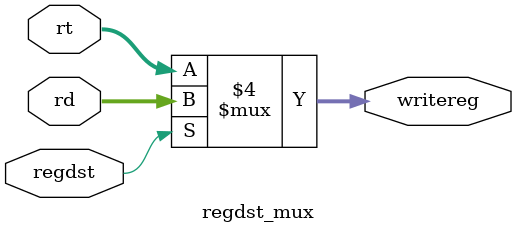
<source format=v>
module regdst_mux(regdst, rt, rd, writereg);
	input regdst;
	input[4:0] rt, rd;
	output reg[4:0] writereg;
	
	always@(*)
	begin
		if(regdst == 0)
			writereg <= rt;
		else
			writereg <= rd;
	end
endmodule
</source>
